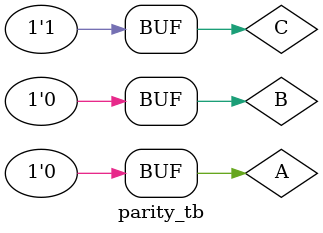
<source format=v>
module three_bit_even_parity_generator(p,A,B,C);
input A,B,C;
output p;
assign p=A^B^C;
endmodule
module three_bit_even_parity_check(p,A,B,C,chk);
input A,B,C,p;
output chk;
assign chk=(A^B)^(C^p);
endmodule
`timescale 1ns/1ps

module parity_tb;
reg A,B,C;
wire p, chk;
three_bit_even_parity_generator UUT(.p(p),.A(A),.B(B),.C(C));
three_bit_even_parity_check UUD(.p(p),.A(A),.B(B),.C(C),.chk(chk));
initial begin
	A=0;B=0;C=0;
	#10;
	A=1;B=0;C=0;
	#10;
	A=0;B=1;C=1;
	#10;
	A=1;B=1;C=1;
	#10;
	A=0;B=0;C=1;
	#10;
end 
endmodule

</source>
